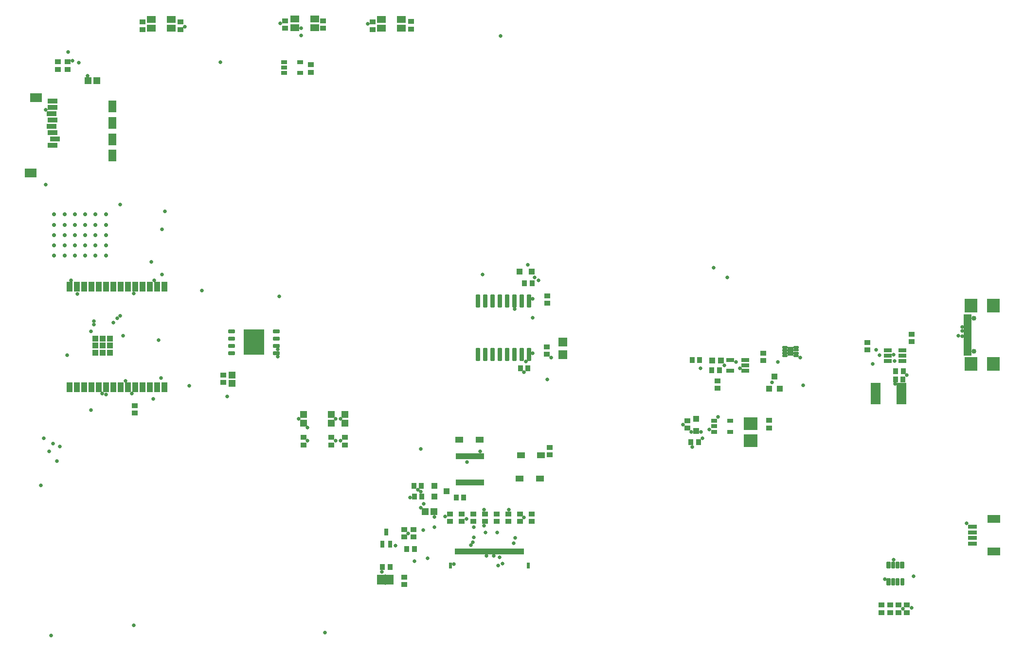
<source format=gbr>
G04 EAGLE Gerber RS-274X export*
G75*
%MOMM*%
%FSLAX34Y34*%
%LPD*%
%INSoldermask Top*%
%IPPOS*%
%AMOC8*
5,1,8,0,0,1.08239X$1,22.5*%
G01*
G04 Define Apertures*
%ADD10R,1.603200X1.253200*%
%ADD11R,1.103200X0.903200*%
%ADD12R,1.603200X1.603200*%
%ADD13R,0.903200X1.103200*%
%ADD14R,2.403200X2.203200*%
%ADD15R,1.003200X1.003200*%
%ADD16R,1.403200X0.803200*%
%ADD17R,1.173200X1.143200*%
%ADD18R,1.143200X1.173200*%
%ADD19R,1.103200X1.003200*%
%ADD20R,1.353200X1.003200*%
%ADD21R,1.003200X1.103200*%
%ADD22R,1.103200X0.803200*%
%ADD23R,0.503200X1.003200*%
%ADD24R,0.603200X1.003200*%
%ADD25R,1.353200X0.503200*%
%ADD26R,2.203200X2.383200*%
%ADD27C,0.853200*%
%ADD28R,2.203200X1.403200*%
%ADD29R,1.553200X0.803200*%
%ADD30R,1.403200X2.003200*%
%ADD31R,2.103200X1.603200*%
%ADD32R,1.703200X0.903200*%
%ADD33R,5.029200X1.092200*%
%ADD34R,1.403200X0.753200*%
%ADD35R,1.703200X3.803200*%
%ADD36R,0.703200X1.253200*%
%ADD37C,0.330503*%
%ADD38R,0.152400X1.828800*%
%ADD39R,1.371600X1.803400*%
%ADD40C,0.315166*%
%ADD41R,3.603200X4.503200*%
%ADD42R,1.103200X1.703200*%
%ADD43C,0.349006*%
%ADD44C,0.276759*%
%ADD45C,0.269722*%
%ADD46R,1.103200X1.503200*%
%ADD47C,0.655600*%
%ADD48C,0.705600*%
D10*
X507500Y1096844D03*
X472500Y1096844D03*
X472500Y1081844D03*
X507500Y1081844D03*
D11*
X1508909Y62278D03*
X1508909Y75278D03*
X674917Y1092042D03*
X674917Y1079042D03*
D12*
X939444Y511601D03*
X939444Y533601D03*
D13*
X1198736Y484621D03*
X1211736Y484621D03*
X1162311Y359223D03*
X1175311Y359223D03*
D11*
X1298168Y384095D03*
X1298168Y397095D03*
X1494248Y62278D03*
X1494248Y75278D03*
X1288170Y501270D03*
X1288170Y514270D03*
D14*
X1266058Y391708D03*
X1266058Y361708D03*
D11*
X916855Y337251D03*
X916855Y350251D03*
D13*
X1531404Y468744D03*
X1518404Y468744D03*
D11*
X273618Y1091370D03*
X273618Y1078370D03*
D13*
X1518698Y482654D03*
X1531698Y482654D03*
D11*
X522240Y1093379D03*
X522240Y1080379D03*
D13*
X625424Y141354D03*
X638424Y141354D03*
D11*
X911412Y512517D03*
X911412Y525517D03*
X60620Y1008915D03*
X60620Y1021915D03*
D10*
X658158Y1095840D03*
X623158Y1095840D03*
X623158Y1080840D03*
X658158Y1080840D03*
D15*
X1214373Y501622D03*
X1199373Y501622D03*
D11*
X500916Y1003875D03*
X500916Y1016875D03*
D16*
X1505008Y519476D03*
X1505008Y509976D03*
X1505008Y500476D03*
X1530008Y500476D03*
X1530008Y509976D03*
X1530008Y519476D03*
D17*
X700116Y238117D03*
X715116Y238117D03*
X128095Y989250D03*
X113095Y989250D03*
D18*
X488000Y392500D03*
X488000Y407500D03*
D19*
X1171481Y378937D03*
X1171481Y399937D03*
D20*
X901209Y336483D03*
X866209Y336483D03*
X864291Y295455D03*
X899291Y295455D03*
X794403Y363554D03*
X759403Y363554D03*
D18*
X560000Y392500D03*
X560000Y407500D03*
D21*
X864184Y656687D03*
X885184Y656687D03*
D18*
X536000Y392500D03*
X536000Y407500D03*
X363438Y476443D03*
X363438Y461443D03*
D13*
X680852Y264655D03*
X693852Y264655D03*
D11*
X783679Y221231D03*
X783679Y234231D03*
X763355Y221231D03*
X763355Y234231D03*
X743030Y221231D03*
X743030Y234231D03*
D13*
X680076Y283297D03*
X693076Y283297D03*
D11*
X885304Y221231D03*
X885304Y234231D03*
X864979Y234231D03*
X864979Y221231D03*
X844654Y221231D03*
X844654Y234231D03*
X824329Y221231D03*
X824329Y234231D03*
X804004Y221231D03*
X804004Y234231D03*
D22*
X454350Y1021332D03*
X454350Y1011832D03*
X454350Y1002332D03*
X482350Y1002332D03*
X482350Y1021332D03*
X1202459Y396279D03*
X1202459Y386779D03*
X1202459Y377279D03*
X1230459Y377279D03*
X1230459Y396279D03*
D23*
X868790Y168892D03*
X863790Y168892D03*
X858790Y168892D03*
X853790Y168892D03*
X848790Y168892D03*
X843790Y168892D03*
X838790Y168892D03*
X833790Y168892D03*
X828790Y168892D03*
X823790Y168892D03*
X818790Y168892D03*
X813790Y168892D03*
X808790Y168892D03*
X803790Y168892D03*
X798790Y168892D03*
X793790Y168892D03*
X788790Y168892D03*
X783790Y168892D03*
X778790Y168892D03*
X773790Y168892D03*
X768790Y168892D03*
X763790Y168892D03*
X758790Y168892D03*
X753790Y168892D03*
D24*
X878790Y143892D03*
X743790Y143892D03*
D25*
X1643837Y512767D03*
X1643837Y520767D03*
X1643837Y533767D03*
X1643837Y543767D03*
X1643837Y548767D03*
X1643837Y558767D03*
X1643837Y571767D03*
X1643837Y579767D03*
X1643837Y576767D03*
X1643837Y568767D03*
X1643837Y563767D03*
X1643837Y553767D03*
X1643837Y538767D03*
X1643837Y528767D03*
X1643837Y523767D03*
X1643837Y515767D03*
D26*
X1688887Y495167D03*
X1688887Y597367D03*
X1649587Y495167D03*
X1649587Y597367D03*
D27*
X1654587Y517367D03*
X1654587Y575167D03*
D28*
X1689078Y169134D03*
X1689078Y225134D03*
D29*
X1652328Y182134D03*
X1652328Y192134D03*
X1652328Y202134D03*
X1652328Y212134D03*
D30*
X155202Y858421D03*
X155202Y915421D03*
D31*
X12702Y828421D03*
X22702Y959921D03*
D32*
X51202Y876421D03*
X55202Y887421D03*
X51202Y898421D03*
X49202Y909421D03*
X51202Y920421D03*
X49202Y931421D03*
X51202Y942421D03*
X51202Y953421D03*
D30*
X155202Y886921D03*
X155202Y943921D03*
D33*
X777216Y334811D03*
X777216Y289091D03*
D34*
X1256856Y483589D03*
X1256856Y493089D03*
X1256856Y502589D03*
X1230854Y502589D03*
X1230854Y483589D03*
D35*
X1483713Y444296D03*
X1528713Y444296D03*
D21*
X1298326Y452192D03*
X1317326Y452192D03*
X1307826Y473192D03*
D19*
X715858Y283033D03*
X715858Y264033D03*
X736858Y273533D03*
D36*
X625483Y181210D03*
X638483Y181210D03*
X631983Y202210D03*
D11*
X194438Y410110D03*
X194438Y423110D03*
X1523922Y62278D03*
X1523922Y75278D03*
D13*
X865732Y488264D03*
X878732Y488264D03*
D11*
X536000Y354500D03*
X536000Y367500D03*
D13*
X1164224Y502481D03*
X1177224Y502481D03*
D11*
X1155854Y383486D03*
X1155854Y396486D03*
X663040Y110733D03*
X663040Y123733D03*
X1537915Y62278D03*
X1537915Y75278D03*
X912444Y601458D03*
X912444Y614458D03*
X1546110Y534505D03*
X1546110Y547505D03*
X1469538Y520007D03*
X1469538Y533007D03*
X1208425Y453270D03*
X1208425Y466270D03*
X663204Y193884D03*
X663204Y206884D03*
X679038Y194033D03*
X679038Y207033D03*
X348257Y463105D03*
X348257Y476105D03*
D13*
X680768Y172895D03*
X667768Y172895D03*
D11*
X77757Y1021848D03*
X77757Y1008848D03*
X488000Y354500D03*
X488000Y367500D03*
X560000Y354500D03*
X560000Y367500D03*
D10*
X257928Y1095672D03*
X222928Y1095672D03*
X222928Y1080672D03*
X257928Y1080672D03*
D11*
X456008Y1080326D03*
X456008Y1093326D03*
D13*
X872861Y636472D03*
X885861Y636472D03*
D11*
X607857Y1078188D03*
X607857Y1091188D03*
D13*
X753617Y262811D03*
X766617Y262811D03*
D11*
X207836Y1078441D03*
X207836Y1091441D03*
D37*
X1507864Y149568D02*
X1507864Y140680D01*
X1504136Y140680D01*
X1504136Y149568D01*
X1507864Y149568D01*
X1507864Y143820D02*
X1504136Y143820D01*
X1504136Y146960D02*
X1507864Y146960D01*
X1515864Y149568D02*
X1515864Y140680D01*
X1512136Y140680D01*
X1512136Y149568D01*
X1515864Y149568D01*
X1515864Y143820D02*
X1512136Y143820D01*
X1512136Y146960D02*
X1515864Y146960D01*
X1523864Y149568D02*
X1523864Y140680D01*
X1520136Y140680D01*
X1520136Y149568D01*
X1523864Y149568D01*
X1523864Y143820D02*
X1520136Y143820D01*
X1520136Y146960D02*
X1523864Y146960D01*
X1531864Y149568D02*
X1531864Y140680D01*
X1528136Y140680D01*
X1528136Y149568D01*
X1531864Y149568D01*
X1531864Y143820D02*
X1528136Y143820D01*
X1528136Y146960D02*
X1531864Y146960D01*
X1532064Y120408D02*
X1532064Y111520D01*
X1528336Y111520D01*
X1528336Y120408D01*
X1532064Y120408D01*
X1532064Y114660D02*
X1528336Y114660D01*
X1528336Y117800D02*
X1532064Y117800D01*
X1523864Y120408D02*
X1523864Y111520D01*
X1520136Y111520D01*
X1520136Y120408D01*
X1523864Y120408D01*
X1523864Y114660D02*
X1520136Y114660D01*
X1520136Y117800D02*
X1523864Y117800D01*
X1515864Y120408D02*
X1515864Y111520D01*
X1512136Y111520D01*
X1512136Y120408D01*
X1515864Y120408D01*
X1515864Y114660D02*
X1512136Y114660D01*
X1512136Y117800D02*
X1515864Y117800D01*
X1507864Y120408D02*
X1507864Y111520D01*
X1504136Y111520D01*
X1504136Y120408D01*
X1507864Y120408D01*
X1507864Y114660D02*
X1504136Y114660D01*
X1504136Y117800D02*
X1507864Y117800D01*
D38*
X630300Y119379D03*
D39*
X622680Y119379D03*
X637920Y119379D03*
D40*
X367075Y550760D02*
X358795Y550760D01*
X358795Y554040D01*
X367075Y554040D01*
X367075Y550760D01*
X367075Y553754D02*
X358795Y553754D01*
X358795Y538060D02*
X367075Y538060D01*
X358795Y538060D02*
X358795Y541340D01*
X367075Y541340D01*
X367075Y538060D01*
X367075Y541054D02*
X358795Y541054D01*
X358795Y525360D02*
X367075Y525360D01*
X358795Y525360D02*
X358795Y528640D01*
X367075Y528640D01*
X367075Y525360D01*
X367075Y528354D02*
X358795Y528354D01*
X358795Y512660D02*
X367075Y512660D01*
X358795Y512660D02*
X358795Y515940D01*
X367075Y515940D01*
X367075Y512660D01*
X367075Y515654D02*
X358795Y515654D01*
X436695Y512660D02*
X444975Y512660D01*
X436695Y512660D02*
X436695Y515940D01*
X444975Y515940D01*
X444975Y512660D01*
X444975Y515654D02*
X436695Y515654D01*
X436695Y525360D02*
X444975Y525360D01*
X436695Y525360D02*
X436695Y528640D01*
X444975Y528640D01*
X444975Y525360D01*
X444975Y528354D02*
X436695Y528354D01*
X436695Y538060D02*
X444975Y538060D01*
X436695Y538060D02*
X436695Y541340D01*
X444975Y541340D01*
X444975Y538060D01*
X444975Y541054D02*
X436695Y541054D01*
X436695Y550760D02*
X444975Y550760D01*
X436695Y550760D02*
X436695Y554040D01*
X444975Y554040D01*
X444975Y550760D01*
X444975Y553754D02*
X436695Y553754D01*
D41*
X401885Y533350D03*
D42*
X80959Y454912D03*
X93659Y454912D03*
X106359Y454912D03*
X119059Y454912D03*
X131759Y454912D03*
X144459Y454912D03*
X157159Y454912D03*
X169859Y454912D03*
X182559Y454912D03*
X195259Y454912D03*
X207959Y454912D03*
X220659Y454912D03*
X233359Y454912D03*
X246059Y454912D03*
X246059Y629912D03*
X233359Y629912D03*
X220659Y629912D03*
X207959Y629912D03*
X195259Y629912D03*
X182559Y629912D03*
X169859Y629912D03*
X157159Y629912D03*
X144459Y629912D03*
X131759Y629912D03*
X119059Y629912D03*
X106359Y629912D03*
X93659Y629912D03*
X80959Y629912D03*
D15*
X138159Y527362D03*
X125659Y514862D03*
X125659Y527362D03*
X125659Y539862D03*
X138159Y514862D03*
X138159Y539862D03*
X150659Y514862D03*
X150659Y527362D03*
X150659Y539862D03*
D43*
X878156Y595722D02*
X878156Y614764D01*
X882598Y614764D01*
X882598Y595722D01*
X878156Y595722D01*
X878156Y599037D02*
X882598Y599037D01*
X882598Y602352D02*
X878156Y602352D01*
X878156Y605667D02*
X882598Y605667D01*
X882598Y608982D02*
X878156Y608982D01*
X878156Y612297D02*
X882598Y612297D01*
X865456Y614764D02*
X865456Y595722D01*
X865456Y614764D02*
X869898Y614764D01*
X869898Y595722D01*
X865456Y595722D01*
X865456Y599037D02*
X869898Y599037D01*
X869898Y602352D02*
X865456Y602352D01*
X865456Y605667D02*
X869898Y605667D01*
X869898Y608982D02*
X865456Y608982D01*
X865456Y612297D02*
X869898Y612297D01*
X852756Y614764D02*
X852756Y595722D01*
X852756Y614764D02*
X857198Y614764D01*
X857198Y595722D01*
X852756Y595722D01*
X852756Y599037D02*
X857198Y599037D01*
X857198Y602352D02*
X852756Y602352D01*
X852756Y605667D02*
X857198Y605667D01*
X857198Y608982D02*
X852756Y608982D01*
X852756Y612297D02*
X857198Y612297D01*
X840056Y614764D02*
X840056Y595722D01*
X840056Y614764D02*
X844498Y614764D01*
X844498Y595722D01*
X840056Y595722D01*
X840056Y599037D02*
X844498Y599037D01*
X844498Y602352D02*
X840056Y602352D01*
X840056Y605667D02*
X844498Y605667D01*
X844498Y608982D02*
X840056Y608982D01*
X840056Y612297D02*
X844498Y612297D01*
X827356Y614764D02*
X827356Y595722D01*
X827356Y614764D02*
X831798Y614764D01*
X831798Y595722D01*
X827356Y595722D01*
X827356Y599037D02*
X831798Y599037D01*
X831798Y602352D02*
X827356Y602352D01*
X827356Y605667D02*
X831798Y605667D01*
X831798Y608982D02*
X827356Y608982D01*
X827356Y612297D02*
X831798Y612297D01*
X814656Y614764D02*
X814656Y595722D01*
X814656Y614764D02*
X819098Y614764D01*
X819098Y595722D01*
X814656Y595722D01*
X814656Y599037D02*
X819098Y599037D01*
X819098Y602352D02*
X814656Y602352D01*
X814656Y605667D02*
X819098Y605667D01*
X819098Y608982D02*
X814656Y608982D01*
X814656Y612297D02*
X819098Y612297D01*
X801956Y614764D02*
X801956Y595722D01*
X801956Y614764D02*
X806398Y614764D01*
X806398Y595722D01*
X801956Y595722D01*
X801956Y599037D02*
X806398Y599037D01*
X806398Y602352D02*
X801956Y602352D01*
X801956Y605667D02*
X806398Y605667D01*
X806398Y608982D02*
X801956Y608982D01*
X801956Y612297D02*
X806398Y612297D01*
X789256Y614764D02*
X789256Y595722D01*
X789256Y614764D02*
X793698Y614764D01*
X793698Y595722D01*
X789256Y595722D01*
X789256Y599037D02*
X793698Y599037D01*
X793698Y602352D02*
X789256Y602352D01*
X789256Y605667D02*
X793698Y605667D01*
X793698Y608982D02*
X789256Y608982D01*
X789256Y612297D02*
X793698Y612297D01*
X789256Y521664D02*
X789256Y502622D01*
X789256Y521664D02*
X793698Y521664D01*
X793698Y502622D01*
X789256Y502622D01*
X789256Y505937D02*
X793698Y505937D01*
X793698Y509252D02*
X789256Y509252D01*
X789256Y512567D02*
X793698Y512567D01*
X793698Y515882D02*
X789256Y515882D01*
X789256Y519197D02*
X793698Y519197D01*
X801956Y521664D02*
X801956Y502622D01*
X801956Y521664D02*
X806398Y521664D01*
X806398Y502622D01*
X801956Y502622D01*
X801956Y505937D02*
X806398Y505937D01*
X806398Y509252D02*
X801956Y509252D01*
X801956Y512567D02*
X806398Y512567D01*
X806398Y515882D02*
X801956Y515882D01*
X801956Y519197D02*
X806398Y519197D01*
X814656Y521664D02*
X814656Y502622D01*
X814656Y521664D02*
X819098Y521664D01*
X819098Y502622D01*
X814656Y502622D01*
X814656Y505937D02*
X819098Y505937D01*
X819098Y509252D02*
X814656Y509252D01*
X814656Y512567D02*
X819098Y512567D01*
X819098Y515882D02*
X814656Y515882D01*
X814656Y519197D02*
X819098Y519197D01*
X827356Y521664D02*
X827356Y502622D01*
X827356Y521664D02*
X831798Y521664D01*
X831798Y502622D01*
X827356Y502622D01*
X827356Y505937D02*
X831798Y505937D01*
X831798Y509252D02*
X827356Y509252D01*
X827356Y512567D02*
X831798Y512567D01*
X831798Y515882D02*
X827356Y515882D01*
X827356Y519197D02*
X831798Y519197D01*
X840056Y521664D02*
X840056Y502622D01*
X840056Y521664D02*
X844498Y521664D01*
X844498Y502622D01*
X840056Y502622D01*
X840056Y505937D02*
X844498Y505937D01*
X844498Y509252D02*
X840056Y509252D01*
X840056Y512567D02*
X844498Y512567D01*
X844498Y515882D02*
X840056Y515882D01*
X840056Y519197D02*
X844498Y519197D01*
X852756Y521664D02*
X852756Y502622D01*
X852756Y521664D02*
X857198Y521664D01*
X857198Y502622D01*
X852756Y502622D01*
X852756Y505937D02*
X857198Y505937D01*
X857198Y509252D02*
X852756Y509252D01*
X852756Y512567D02*
X857198Y512567D01*
X857198Y515882D02*
X852756Y515882D01*
X852756Y519197D02*
X857198Y519197D01*
X865456Y521664D02*
X865456Y502622D01*
X865456Y521664D02*
X869898Y521664D01*
X869898Y502622D01*
X865456Y502622D01*
X865456Y505937D02*
X869898Y505937D01*
X869898Y509252D02*
X865456Y509252D01*
X865456Y512567D02*
X869898Y512567D01*
X869898Y515882D02*
X865456Y515882D01*
X865456Y519197D02*
X869898Y519197D01*
X878156Y521664D02*
X878156Y502622D01*
X878156Y521664D02*
X882598Y521664D01*
X882598Y502622D01*
X878156Y502622D01*
X878156Y505937D02*
X882598Y505937D01*
X882598Y509252D02*
X878156Y509252D01*
X878156Y512567D02*
X882598Y512567D01*
X882598Y515882D02*
X878156Y515882D01*
X878156Y519197D02*
X882598Y519197D01*
D44*
X1322067Y523726D02*
X1328951Y523726D01*
X1322067Y523726D02*
X1322067Y525990D01*
X1328951Y525990D01*
X1328951Y523726D01*
X1328941Y518726D02*
X1322077Y518726D01*
X1322077Y520990D01*
X1328941Y520990D01*
X1328941Y518726D01*
X1328941Y513726D02*
X1322077Y513726D01*
X1322077Y515990D01*
X1328941Y515990D01*
X1328941Y513726D01*
X1328941Y508726D02*
X1322077Y508726D01*
X1322077Y510990D01*
X1328941Y510990D01*
X1328941Y508726D01*
D45*
X1341741Y508840D02*
X1348677Y508840D01*
X1341741Y508840D02*
X1341741Y510876D01*
X1348677Y510876D01*
X1348677Y508840D01*
D44*
X1348641Y513726D02*
X1341777Y513726D01*
X1341777Y515990D01*
X1348641Y515990D01*
X1348641Y513726D01*
D45*
X1348677Y518840D02*
X1341741Y518840D01*
X1341741Y520876D01*
X1348677Y520876D01*
X1348677Y518840D01*
X1348677Y523840D02*
X1341741Y523840D01*
X1341741Y525876D01*
X1348677Y525876D01*
X1348677Y523840D01*
D46*
X1335359Y517358D03*
D47*
X484058Y1067835D03*
X484058Y1080993D03*
X96950Y1020053D03*
X78253Y1038750D03*
X157198Y567158D03*
X83100Y641255D03*
X1517268Y460513D03*
X1538043Y475748D03*
X1515190Y511758D03*
X1240960Y498600D03*
X1220185Y493060D03*
X1313673Y498600D03*
X692500Y272845D03*
X692500Y245145D03*
X734743Y229910D03*
X801915Y241683D03*
X1162708Y376720D03*
X1164785Y351098D03*
X692500Y347635D03*
X1180020Y376720D03*
X355253Y439045D03*
X479903Y400265D03*
X648180Y178665D03*
X624635Y132960D03*
X834463Y147503D03*
X670340Y200133D03*
X1634300Y543613D03*
X1634300Y553308D03*
X1516575Y500678D03*
X1628068Y544305D03*
X1484720Y520068D03*
X1634300Y559540D03*
X1490260Y510373D03*
X1225725Y646103D03*
X890555Y646103D03*
X240298Y470900D03*
X1478488Y495138D03*
X1202180Y663415D03*
X445970Y613555D03*
X289465Y457050D03*
X697348Y251378D03*
X772138Y324168D03*
X845543Y241683D03*
X771445Y225063D03*
X784603Y211213D03*
X801915Y213983D03*
X794990Y343480D03*
X853853Y182820D03*
X695963Y206365D03*
X828923Y158583D03*
X48475Y22160D03*
X76175Y510373D03*
X749978Y146810D03*
X524915Y27008D03*
X123265Y563695D03*
X192515Y40165D03*
X819228Y161353D03*
X831000Y1067143D03*
X137808Y443893D03*
X681420Y151658D03*
X226448Y434198D03*
X63710Y351790D03*
X806070Y161353D03*
X443200Y520760D03*
X39473Y808148D03*
X173818Y544305D03*
X45013Y343480D03*
X144040Y442508D03*
X117725Y415500D03*
X703580Y156505D03*
X443200Y508295D03*
X189053Y443893D03*
X58863Y326168D03*
X782525Y184898D03*
X871858Y227833D03*
X784603Y193208D03*
X804685Y201518D03*
X1182098Y365640D03*
X1193870Y381568D03*
X1303285Y463283D03*
X1209105Y403035D03*
X168970Y579623D03*
X168970Y773523D03*
X235450Y537380D03*
X94180Y617710D03*
X39473Y938338D03*
X31163Y283925D03*
X1178635Y488213D03*
X1247193Y488213D03*
X241683Y729895D03*
X599705Y1087918D03*
X118418Y552615D03*
X51938Y356638D03*
X123265Y569928D03*
X36010Y365640D03*
X241683Y650950D03*
X799838Y650950D03*
X228525Y641255D03*
X896788Y641255D03*
X1148165Y389878D03*
X1499955Y120495D03*
X1357300Y458435D03*
X1515190Y154428D03*
X1531118Y68558D03*
X192515Y618403D03*
X874628Y499985D03*
X912023Y468130D03*
X1352453Y506910D03*
X1641918Y217445D03*
X1546353Y70635D03*
X1549815Y125343D03*
X887093Y576160D03*
X887093Y514528D03*
X222985Y673110D03*
X918948Y506910D03*
X343480Y1021438D03*
X281848Y1083070D03*
X164123Y574775D03*
X871858Y481288D03*
X855238Y591395D03*
X177973Y466053D03*
X878783Y668263D03*
X310933Y623250D03*
X887093Y609400D03*
X246530Y761750D03*
X447355Y1089303D03*
X826845Y144040D03*
X673803Y262458D03*
X855930Y192515D03*
X686960Y276308D03*
X779063Y180050D03*
X824768Y201518D03*
X495138Y361485D03*
X495138Y385030D03*
X716045Y211213D03*
X716045Y229218D03*
X85870Y1024208D03*
X112185Y997893D03*
X552615Y361485D03*
X552615Y400265D03*
X543613Y361485D03*
X543613Y400265D03*
D48*
X144000Y756000D03*
X126000Y756000D03*
X108000Y756000D03*
X90000Y756000D03*
X72000Y756000D03*
X54000Y756000D03*
X144000Y738000D03*
X126000Y738000D03*
X108000Y738000D03*
X90000Y738000D03*
X72000Y738000D03*
X54000Y738000D03*
X144000Y720000D03*
X126000Y720000D03*
X108000Y720000D03*
X90000Y720000D03*
X72000Y720000D03*
X54000Y720000D03*
X144000Y702000D03*
X126000Y702000D03*
X108000Y702000D03*
X90000Y702000D03*
X54000Y684000D03*
X72000Y684000D03*
X90000Y684000D03*
X108000Y684000D03*
X126000Y684000D03*
X144000Y684000D03*
X54000Y702000D03*
X72000Y702000D03*
M02*

</source>
